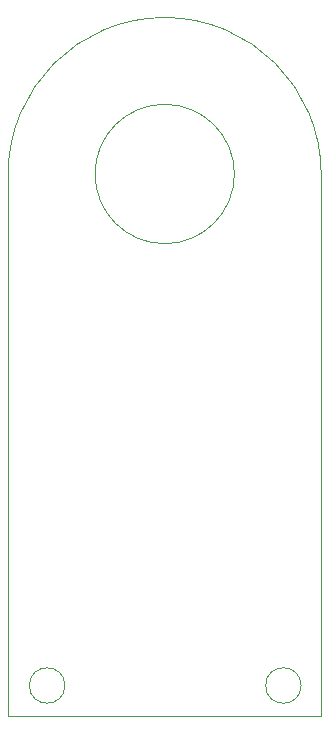
<source format=gbr>
G04 #@! TF.GenerationSoftware,KiCad,Pcbnew,(5.1.4)-1*
G04 #@! TF.CreationDate,2022-04-04T21:48:15-04:00*
G04 #@! TF.ProjectId,CR23 adapter,43523233-2061-4646-9170-7465722e6b69,rev?*
G04 #@! TF.SameCoordinates,Original*
G04 #@! TF.FileFunction,Profile,NP*
%FSLAX46Y46*%
G04 Gerber Fmt 4.6, Leading zero omitted, Abs format (unit mm)*
G04 Created by KiCad (PCBNEW (5.1.4)-1) date 2022-04-04 21:48:15*
%MOMM*%
%LPD*%
G04 APERTURE LIST*
%ADD10C,0.050000*%
G04 APERTURE END LIST*
D10*
X70956706Y-36265800D02*
G75*
G03X70956706Y-36265800I-5901906J0D01*
G01*
X56600000Y-79575000D02*
G75*
G03X56600000Y-79575000I-1500000J0D01*
G01*
X76600000Y-79575000D02*
G75*
G03X76600000Y-79575000I-1500000J0D01*
G01*
X78300000Y-82175000D02*
X51800000Y-82175000D01*
X51804800Y-36265800D02*
X51800000Y-82175000D01*
X51804800Y-36265800D02*
G75*
G02X78304800Y-36265800I13250000J0D01*
G01*
X78304800Y-36265800D02*
X78300000Y-82175000D01*
M02*

</source>
